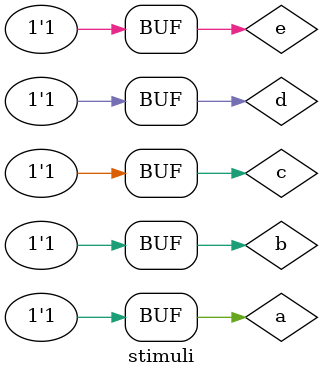
<source format=v>
module code(
    input a,
    input b,
    input c,
    input d,
    input e,
    output v,
    output w,
    output x,
    output y,
    output z
);
wire v,w,x,y,z;
    not(v,a);
    not(w,b);
    not(x,c);
    not(y,d);
    not(z,e);
endmodule

module stimuli;
reg a;
reg b;
reg c;
reg d;
reg e;
wire v;
wire w;
wire x;
wire y;
wire z;

code uut(
    .a(a),
    .b(b),
    .c(c),
    .d(d),
    .e(e),
    .v(v),
    .w(w),
    .x(x),
    .y(y),
    .z(z)
);

initial
begin
a=0;
b=0;
c=0;
d=0;
e=0;
#50 a=1;
#50 b=1;
#50 c=1;
#50 d=1;
#50 e=1;
#100;
end

initial
begin
$display("20 40 60 80 100");
$monitor( "%b %b %b %b %b",z,y,x,w,v);
end 
initial begin
	$dumpfile("out.vcd");
	$dumpvars(1,uut.code);
end
endmodule










</source>
